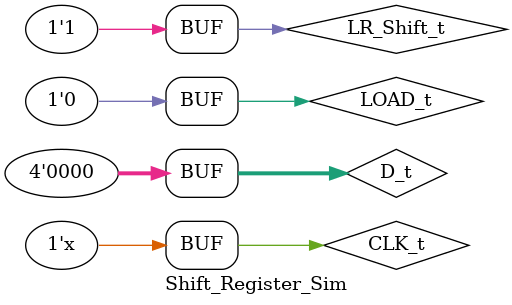
<source format=v>
`timescale 1ns / 1ps
module Shift_Register_Sim(

); //inputs
reg CLK_t;
reg LOAD_t;
reg LR_Shift_t;
reg [3:0]D_t;
//outputs
wire [3:0]O_t;
//instalation of module or unit under test (UUT)
Shift_Register UUT(
    .CLK(CLK_t),
    .LOAD(LOAD_t),
    .LR_Shift(LR_Shift_t),
    .D(D_t),
    .O(O_t)
    );
//initializing inputs
initial begin
CLK_t = 0;
LOAD_t = 0;
LR_Shift_t = 0;
D_t = 0;

#20 D_t = 4'b0001;
    LOAD_t = 1;
#20 D_t = 4'b0000;
    LOAD_t = 0;
#100 D_t = 4'b1000;
    LOAD_t = 1;
    LR_Shift_t = 1;
#20 D_t = 4'b0000;
    LOAD_t = 0;
end
always #10 CLK_t = ~CLK_t; //the clock runs every 10 ns
endmodule

</source>
